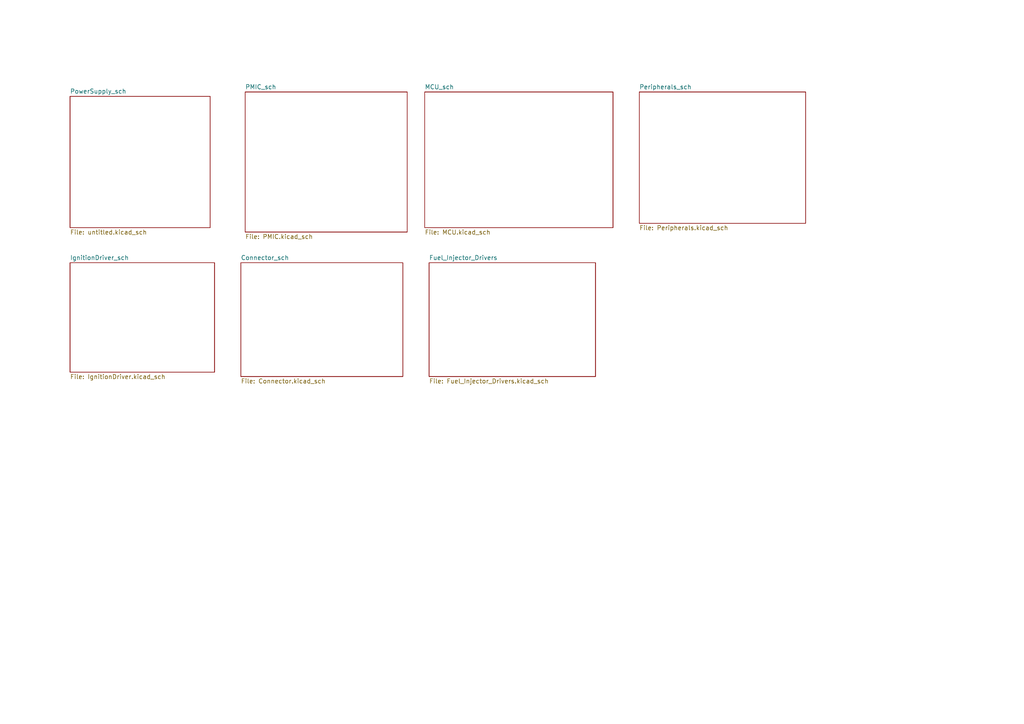
<source format=kicad_sch>
(kicad_sch
	(version 20250114)
	(generator "eeschema")
	(generator_version "9.0")
	(uuid "96744ec0-1e7f-4d75-9985-0095978419e2")
	(paper "A4")
	(lib_symbols)
	(sheet
		(at 123.19 26.67)
		(size 54.61 39.37)
		(exclude_from_sim no)
		(in_bom yes)
		(on_board yes)
		(dnp no)
		(fields_autoplaced yes)
		(stroke
			(width 0.1524)
			(type solid)
		)
		(fill
			(color 0 0 0 0.0000)
		)
		(uuid "00b7ff74-d119-41e1-b3dc-28d04c652cda")
		(property "Sheetname" "MCU_sch"
			(at 123.19 25.9584 0)
			(effects
				(font
					(size 1.27 1.27)
				)
				(justify left bottom)
			)
		)
		(property "Sheetfile" "MCU.kicad_sch"
			(at 123.19 66.6246 0)
			(effects
				(font
					(size 1.27 1.27)
				)
				(justify left top)
			)
		)
		(instances
			(project "IgnitionController"
				(path "/96744ec0-1e7f-4d75-9985-0095978419e2"
					(page "4")
				)
			)
		)
	)
	(sheet
		(at 69.85 76.2)
		(size 46.99 33.02)
		(exclude_from_sim no)
		(in_bom yes)
		(on_board yes)
		(dnp no)
		(fields_autoplaced yes)
		(stroke
			(width 0.1524)
			(type solid)
		)
		(fill
			(color 0 0 0 0.0000)
		)
		(uuid "27bce65d-aace-450f-a5c6-7da7967f2b14")
		(property "Sheetname" "Connector_sch"
			(at 69.85 75.4884 0)
			(effects
				(font
					(size 1.27 1.27)
				)
				(justify left bottom)
			)
		)
		(property "Sheetfile" "Connector.kicad_sch"
			(at 69.85 109.8046 0)
			(effects
				(font
					(size 1.27 1.27)
				)
				(justify left top)
			)
		)
		(instances
			(project "IgnitionController"
				(path "/96744ec0-1e7f-4d75-9985-0095978419e2"
					(page "7")
				)
			)
		)
	)
	(sheet
		(at 20.32 76.2)
		(size 41.91 31.75)
		(exclude_from_sim no)
		(in_bom yes)
		(on_board yes)
		(dnp no)
		(fields_autoplaced yes)
		(stroke
			(width 0.1524)
			(type solid)
		)
		(fill
			(color 0 0 0 0.0000)
		)
		(uuid "82cf7390-e0b9-4083-92b0-693c5b950b5a")
		(property "Sheetname" "IgnitionDriver_sch"
			(at 20.32 75.4884 0)
			(effects
				(font
					(size 1.27 1.27)
				)
				(justify left bottom)
			)
		)
		(property "Sheetfile" "IgnitionDriver.kicad_sch"
			(at 20.32 108.5346 0)
			(effects
				(font
					(size 1.27 1.27)
				)
				(justify left top)
			)
		)
		(instances
			(project "IgnitionController"
				(path "/96744ec0-1e7f-4d75-9985-0095978419e2"
					(page "6")
				)
			)
		)
	)
	(sheet
		(at 20.32 27.94)
		(size 40.64 38.1)
		(exclude_from_sim no)
		(in_bom yes)
		(on_board yes)
		(dnp no)
		(fields_autoplaced yes)
		(stroke
			(width 0.1524)
			(type solid)
		)
		(fill
			(color 0 0 0 0.0000)
		)
		(uuid "af36972c-908c-4a23-b0c1-8f51d47880c3")
		(property "Sheetname" "PowerSupply_sch"
			(at 20.32 27.2284 0)
			(effects
				(font
					(size 1.27 1.27)
				)
				(justify left bottom)
			)
		)
		(property "Sheetfile" "untitled.kicad_sch"
			(at 20.32 66.6246 0)
			(effects
				(font
					(size 1.27 1.27)
				)
				(justify left top)
			)
		)
		(instances
			(project "IgnitionController"
				(path "/96744ec0-1e7f-4d75-9985-0095978419e2"
					(page "2")
				)
			)
		)
	)
	(sheet
		(at 185.42 26.67)
		(size 48.26 38.1)
		(exclude_from_sim no)
		(in_bom yes)
		(on_board yes)
		(dnp no)
		(fields_autoplaced yes)
		(stroke
			(width 0.1524)
			(type solid)
		)
		(fill
			(color 0 0 0 0.0000)
		)
		(uuid "b29964d9-34cb-4ba1-ac3a-194222ed2ea1")
		(property "Sheetname" "Peripherals_sch"
			(at 185.42 25.9584 0)
			(effects
				(font
					(size 1.27 1.27)
				)
				(justify left bottom)
			)
		)
		(property "Sheetfile" "Peripherals.kicad_sch"
			(at 185.42 65.3546 0)
			(effects
				(font
					(size 1.27 1.27)
				)
				(justify left top)
			)
		)
		(instances
			(project "IgnitionController"
				(path "/96744ec0-1e7f-4d75-9985-0095978419e2"
					(page "5")
				)
			)
		)
	)
	(sheet
		(at 71.12 26.67)
		(size 46.99 40.64)
		(exclude_from_sim no)
		(in_bom yes)
		(on_board yes)
		(dnp no)
		(fields_autoplaced yes)
		(stroke
			(width 0.1524)
			(type solid)
		)
		(fill
			(color 0 0 0 0.0000)
		)
		(uuid "e6f5b0e2-1e07-4c62-9ce0-63af13b4d57f")
		(property "Sheetname" "PMIC_sch"
			(at 71.12 25.9584 0)
			(effects
				(font
					(size 1.27 1.27)
				)
				(justify left bottom)
			)
		)
		(property "Sheetfile" "PMIC.kicad_sch"
			(at 71.12 67.8946 0)
			(effects
				(font
					(size 1.27 1.27)
				)
				(justify left top)
			)
		)
		(instances
			(project "IgnitionController"
				(path "/96744ec0-1e7f-4d75-9985-0095978419e2"
					(page "3")
				)
			)
		)
	)
	(sheet
		(at 124.46 76.2)
		(size 48.26 33.02)
		(exclude_from_sim no)
		(in_bom yes)
		(on_board yes)
		(dnp no)
		(fields_autoplaced yes)
		(stroke
			(width 0.1524)
			(type solid)
		)
		(fill
			(color 0 0 0 0.0000)
		)
		(uuid "e9a117d3-baff-46fe-9283-c7ea89cfc698")
		(property "Sheetname" "Fuel_Injector_Drivers"
			(at 124.46 75.4884 0)
			(effects
				(font
					(size 1.27 1.27)
				)
				(justify left bottom)
			)
		)
		(property "Sheetfile" "Fuel_Injector_Drivers.kicad_sch"
			(at 124.46 109.8046 0)
			(effects
				(font
					(size 1.27 1.27)
				)
				(justify left top)
			)
		)
		(instances
			(project "IgnitionController"
				(path "/96744ec0-1e7f-4d75-9985-0095978419e2"
					(page "8")
				)
			)
		)
	)
	(sheet_instances
		(path "/"
			(page "1")
		)
	)
	(embedded_fonts no)
)

</source>
